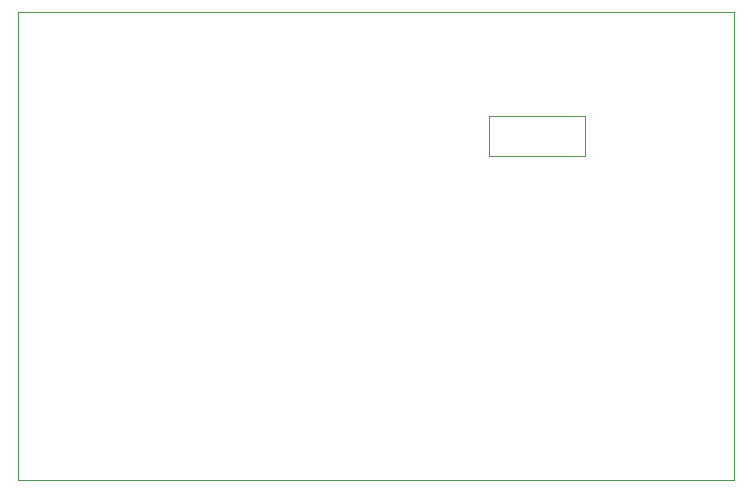
<source format=gbr>
%TF.GenerationSoftware,KiCad,Pcbnew,(6.0.1)*%
%TF.CreationDate,2022-10-21T21:40:06-07:00*%
%TF.ProjectId,DuDadPanel,44754461-6450-4616-9e65-6c2e6b696361,1.2*%
%TF.SameCoordinates,Original*%
%TF.FileFunction,Profile,NP*%
%FSLAX46Y46*%
G04 Gerber Fmt 4.6, Leading zero omitted, Abs format (unit mm)*
G04 Created by KiCad (PCBNEW (6.0.1)) date 2022-10-21 21:40:06*
%MOMM*%
%LPD*%
G01*
G04 APERTURE LIST*
%TA.AperFunction,Profile*%
%ADD10C,0.050000*%
%TD*%
G04 APERTURE END LIST*
D10*
X110600000Y-42175000D02*
X50000000Y-42175000D01*
X89900000Y-51000000D02*
X98000000Y-51000000D01*
X110600000Y-81825000D02*
X110600000Y-42175000D01*
X50000000Y-42175000D02*
X50000000Y-81825000D01*
X98000000Y-51000000D02*
X98000000Y-54400000D01*
X89900000Y-51000000D02*
X89900000Y-54400000D01*
X89900000Y-54400000D02*
X98000000Y-54400000D01*
X50000000Y-81825000D02*
X110600000Y-81825000D01*
M02*

</source>
